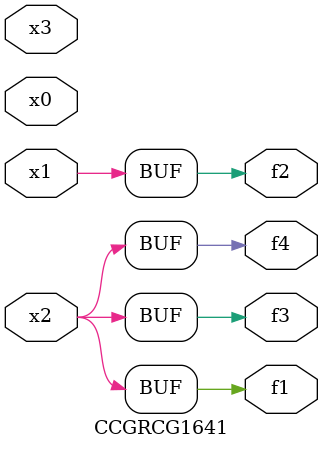
<source format=v>
module CCGRCG1641(
	input x0, x1, x2, x3,
	output f1, f2, f3, f4
);
	assign f1 = x2;
	assign f2 = x1;
	assign f3 = x2;
	assign f4 = x2;
endmodule

</source>
